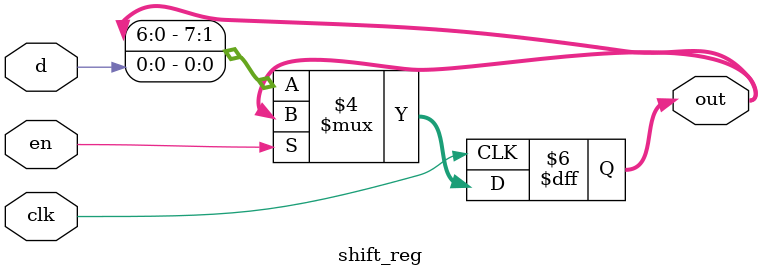
<source format=v>
module shift_reg #(parameter MSB = 8)
	(
		input d, 
		input clk,
		input en,
		output reg [MSB-1:0] out
		);

always @(posedge clk)
begin
	if (~en)
		out <= {out[MSB-2:0], d};
	else
		out <= out;
end
endmodule // shift_reg
</source>
